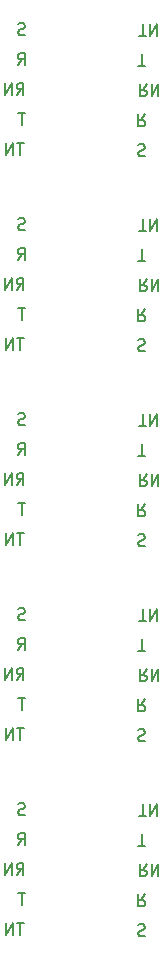
<source format=gbr>
G04 #@! TF.GenerationSoftware,KiCad,Pcbnew,(5.1.5-0-10_14)*
G04 #@! TF.CreationDate,2020-03-15T18:41:56-04:00*
G04 #@! TF.ProjectId,hp_breakout,68705f62-7265-4616-9b6f-75742e6b6963,rev?*
G04 #@! TF.SameCoordinates,Original*
G04 #@! TF.FileFunction,Legend,Bot*
G04 #@! TF.FilePolarity,Positive*
%FSLAX46Y46*%
G04 Gerber Fmt 4.6, Leading zero omitted, Abs format (unit mm)*
G04 Created by KiCad (PCBNEW (5.1.5-0-10_14)) date 2020-03-15 18:41:56*
%MOMM*%
%LPD*%
G04 APERTURE LIST*
%ADD10C,0.150000*%
G04 APERTURE END LIST*
D10*
X69040476Y-98972619D02*
X69611904Y-98972619D01*
X69326190Y-97972619D02*
X69326190Y-98972619D01*
X69945238Y-97972619D02*
X69945238Y-98972619D01*
X70516666Y-97972619D01*
X70516666Y-98972619D01*
X68929285Y-101512619D02*
X69500714Y-101512619D01*
X69215000Y-100512619D02*
X69215000Y-101512619D01*
X68929285Y-108180238D02*
X69072142Y-108132619D01*
X69310238Y-108132619D01*
X69405476Y-108180238D01*
X69453095Y-108227857D01*
X69500714Y-108323095D01*
X69500714Y-108418333D01*
X69453095Y-108513571D01*
X69405476Y-108561190D01*
X69310238Y-108608809D01*
X69119761Y-108656428D01*
X69024523Y-108704047D01*
X68976904Y-108751666D01*
X68929285Y-108846904D01*
X68929285Y-108942142D01*
X68976904Y-109037380D01*
X69024523Y-109085000D01*
X69119761Y-109132619D01*
X69357857Y-109132619D01*
X69500714Y-109085000D01*
X69635714Y-103052619D02*
X69302380Y-103528809D01*
X69064285Y-103052619D02*
X69064285Y-104052619D01*
X69445238Y-104052619D01*
X69540476Y-104005000D01*
X69588095Y-103957380D01*
X69635714Y-103862142D01*
X69635714Y-103719285D01*
X69588095Y-103624047D01*
X69540476Y-103576428D01*
X69445238Y-103528809D01*
X69064285Y-103528809D01*
X70064285Y-103052619D02*
X70064285Y-104052619D01*
X70635714Y-103052619D01*
X70635714Y-104052619D01*
X69524523Y-105592619D02*
X69191190Y-106068809D01*
X68953095Y-105592619D02*
X68953095Y-106592619D01*
X69334047Y-106592619D01*
X69429285Y-106545000D01*
X69476904Y-106497380D01*
X69524523Y-106402142D01*
X69524523Y-106259285D01*
X69476904Y-106164047D01*
X69429285Y-106116428D01*
X69334047Y-106068809D01*
X68953095Y-106068809D01*
X69040476Y-82462619D02*
X69611904Y-82462619D01*
X69326190Y-81462619D02*
X69326190Y-82462619D01*
X69945238Y-81462619D02*
X69945238Y-82462619D01*
X70516666Y-81462619D01*
X70516666Y-82462619D01*
X68929285Y-85002619D02*
X69500714Y-85002619D01*
X69215000Y-84002619D02*
X69215000Y-85002619D01*
X68929285Y-91670238D02*
X69072142Y-91622619D01*
X69310238Y-91622619D01*
X69405476Y-91670238D01*
X69453095Y-91717857D01*
X69500714Y-91813095D01*
X69500714Y-91908333D01*
X69453095Y-92003571D01*
X69405476Y-92051190D01*
X69310238Y-92098809D01*
X69119761Y-92146428D01*
X69024523Y-92194047D01*
X68976904Y-92241666D01*
X68929285Y-92336904D01*
X68929285Y-92432142D01*
X68976904Y-92527380D01*
X69024523Y-92575000D01*
X69119761Y-92622619D01*
X69357857Y-92622619D01*
X69500714Y-92575000D01*
X69635714Y-86542619D02*
X69302380Y-87018809D01*
X69064285Y-86542619D02*
X69064285Y-87542619D01*
X69445238Y-87542619D01*
X69540476Y-87495000D01*
X69588095Y-87447380D01*
X69635714Y-87352142D01*
X69635714Y-87209285D01*
X69588095Y-87114047D01*
X69540476Y-87066428D01*
X69445238Y-87018809D01*
X69064285Y-87018809D01*
X70064285Y-86542619D02*
X70064285Y-87542619D01*
X70635714Y-86542619D01*
X70635714Y-87542619D01*
X69524523Y-89082619D02*
X69191190Y-89558809D01*
X68953095Y-89082619D02*
X68953095Y-90082619D01*
X69334047Y-90082619D01*
X69429285Y-90035000D01*
X69476904Y-89987380D01*
X69524523Y-89892142D01*
X69524523Y-89749285D01*
X69476904Y-89654047D01*
X69429285Y-89606428D01*
X69334047Y-89558809D01*
X68953095Y-89558809D01*
X69040476Y-65952619D02*
X69611904Y-65952619D01*
X69326190Y-64952619D02*
X69326190Y-65952619D01*
X69945238Y-64952619D02*
X69945238Y-65952619D01*
X70516666Y-64952619D01*
X70516666Y-65952619D01*
X69635714Y-70032619D02*
X69302380Y-70508809D01*
X69064285Y-70032619D02*
X69064285Y-71032619D01*
X69445238Y-71032619D01*
X69540476Y-70985000D01*
X69588095Y-70937380D01*
X69635714Y-70842142D01*
X69635714Y-70699285D01*
X69588095Y-70604047D01*
X69540476Y-70556428D01*
X69445238Y-70508809D01*
X69064285Y-70508809D01*
X70064285Y-70032619D02*
X70064285Y-71032619D01*
X70635714Y-70032619D01*
X70635714Y-71032619D01*
X68929285Y-75160238D02*
X69072142Y-75112619D01*
X69310238Y-75112619D01*
X69405476Y-75160238D01*
X69453095Y-75207857D01*
X69500714Y-75303095D01*
X69500714Y-75398333D01*
X69453095Y-75493571D01*
X69405476Y-75541190D01*
X69310238Y-75588809D01*
X69119761Y-75636428D01*
X69024523Y-75684047D01*
X68976904Y-75731666D01*
X68929285Y-75826904D01*
X68929285Y-75922142D01*
X68976904Y-76017380D01*
X69024523Y-76065000D01*
X69119761Y-76112619D01*
X69357857Y-76112619D01*
X69500714Y-76065000D01*
X69524523Y-72572619D02*
X69191190Y-73048809D01*
X68953095Y-72572619D02*
X68953095Y-73572619D01*
X69334047Y-73572619D01*
X69429285Y-73525000D01*
X69476904Y-73477380D01*
X69524523Y-73382142D01*
X69524523Y-73239285D01*
X69476904Y-73144047D01*
X69429285Y-73096428D01*
X69334047Y-73048809D01*
X68953095Y-73048809D01*
X68929285Y-68492619D02*
X69500714Y-68492619D01*
X69215000Y-67492619D02*
X69215000Y-68492619D01*
X69635714Y-53522619D02*
X69302380Y-53998809D01*
X69064285Y-53522619D02*
X69064285Y-54522619D01*
X69445238Y-54522619D01*
X69540476Y-54475000D01*
X69588095Y-54427380D01*
X69635714Y-54332142D01*
X69635714Y-54189285D01*
X69588095Y-54094047D01*
X69540476Y-54046428D01*
X69445238Y-53998809D01*
X69064285Y-53998809D01*
X70064285Y-53522619D02*
X70064285Y-54522619D01*
X70635714Y-53522619D01*
X70635714Y-54522619D01*
X68929285Y-51982619D02*
X69500714Y-51982619D01*
X69215000Y-50982619D02*
X69215000Y-51982619D01*
X69524523Y-56062619D02*
X69191190Y-56538809D01*
X68953095Y-56062619D02*
X68953095Y-57062619D01*
X69334047Y-57062619D01*
X69429285Y-57015000D01*
X69476904Y-56967380D01*
X69524523Y-56872142D01*
X69524523Y-56729285D01*
X69476904Y-56634047D01*
X69429285Y-56586428D01*
X69334047Y-56538809D01*
X68953095Y-56538809D01*
X68929285Y-58650238D02*
X69072142Y-58602619D01*
X69310238Y-58602619D01*
X69405476Y-58650238D01*
X69453095Y-58697857D01*
X69500714Y-58793095D01*
X69500714Y-58888333D01*
X69453095Y-58983571D01*
X69405476Y-59031190D01*
X69310238Y-59078809D01*
X69119761Y-59126428D01*
X69024523Y-59174047D01*
X68976904Y-59221666D01*
X68929285Y-59316904D01*
X68929285Y-59412142D01*
X68976904Y-59507380D01*
X69024523Y-59555000D01*
X69119761Y-59602619D01*
X69357857Y-59602619D01*
X69500714Y-59555000D01*
X69040476Y-49442619D02*
X69611904Y-49442619D01*
X69326190Y-48442619D02*
X69326190Y-49442619D01*
X69945238Y-48442619D02*
X69945238Y-49442619D01*
X70516666Y-48442619D01*
X70516666Y-49442619D01*
X68929285Y-42140238D02*
X69072142Y-42092619D01*
X69310238Y-42092619D01*
X69405476Y-42140238D01*
X69453095Y-42187857D01*
X69500714Y-42283095D01*
X69500714Y-42378333D01*
X69453095Y-42473571D01*
X69405476Y-42521190D01*
X69310238Y-42568809D01*
X69119761Y-42616428D01*
X69024523Y-42664047D01*
X68976904Y-42711666D01*
X68929285Y-42806904D01*
X68929285Y-42902142D01*
X68976904Y-42997380D01*
X69024523Y-43045000D01*
X69119761Y-43092619D01*
X69357857Y-43092619D01*
X69500714Y-43045000D01*
X69524523Y-39552619D02*
X69191190Y-40028809D01*
X68953095Y-39552619D02*
X68953095Y-40552619D01*
X69334047Y-40552619D01*
X69429285Y-40505000D01*
X69476904Y-40457380D01*
X69524523Y-40362142D01*
X69524523Y-40219285D01*
X69476904Y-40124047D01*
X69429285Y-40076428D01*
X69334047Y-40028809D01*
X68953095Y-40028809D01*
X69040476Y-32932619D02*
X69611904Y-32932619D01*
X69326190Y-31932619D02*
X69326190Y-32932619D01*
X69945238Y-31932619D02*
X69945238Y-32932619D01*
X70516666Y-31932619D01*
X70516666Y-32932619D01*
X68929285Y-35472619D02*
X69500714Y-35472619D01*
X69215000Y-34472619D02*
X69215000Y-35472619D01*
X69635714Y-37012619D02*
X69302380Y-37488809D01*
X69064285Y-37012619D02*
X69064285Y-38012619D01*
X69445238Y-38012619D01*
X69540476Y-37965000D01*
X69588095Y-37917380D01*
X69635714Y-37822142D01*
X69635714Y-37679285D01*
X69588095Y-37584047D01*
X69540476Y-37536428D01*
X69445238Y-37488809D01*
X69064285Y-37488809D01*
X70064285Y-37012619D02*
X70064285Y-38012619D01*
X70635714Y-37012619D01*
X70635714Y-38012619D01*
X59340714Y-98829761D02*
X59197857Y-98877380D01*
X58959761Y-98877380D01*
X58864523Y-98829761D01*
X58816904Y-98782142D01*
X58769285Y-98686904D01*
X58769285Y-98591666D01*
X58816904Y-98496428D01*
X58864523Y-98448809D01*
X58959761Y-98401190D01*
X59150238Y-98353571D01*
X59245476Y-98305952D01*
X59293095Y-98258333D01*
X59340714Y-98163095D01*
X59340714Y-98067857D01*
X59293095Y-97972619D01*
X59245476Y-97925000D01*
X59150238Y-97877380D01*
X58912142Y-97877380D01*
X58769285Y-97925000D01*
X58634285Y-103957380D02*
X58967619Y-103481190D01*
X59205714Y-103957380D02*
X59205714Y-102957380D01*
X58824761Y-102957380D01*
X58729523Y-103005000D01*
X58681904Y-103052619D01*
X58634285Y-103147857D01*
X58634285Y-103290714D01*
X58681904Y-103385952D01*
X58729523Y-103433571D01*
X58824761Y-103481190D01*
X59205714Y-103481190D01*
X58205714Y-103957380D02*
X58205714Y-102957380D01*
X57634285Y-103957380D01*
X57634285Y-102957380D01*
X59340714Y-105497380D02*
X58769285Y-105497380D01*
X59055000Y-106497380D02*
X59055000Y-105497380D01*
X59229523Y-108037380D02*
X58658095Y-108037380D01*
X58943809Y-109037380D02*
X58943809Y-108037380D01*
X58324761Y-109037380D02*
X58324761Y-108037380D01*
X57753333Y-109037380D01*
X57753333Y-108037380D01*
X58745476Y-101417380D02*
X59078809Y-100941190D01*
X59316904Y-101417380D02*
X59316904Y-100417380D01*
X58935952Y-100417380D01*
X58840714Y-100465000D01*
X58793095Y-100512619D01*
X58745476Y-100607857D01*
X58745476Y-100750714D01*
X58793095Y-100845952D01*
X58840714Y-100893571D01*
X58935952Y-100941190D01*
X59316904Y-100941190D01*
X58634285Y-87447380D02*
X58967619Y-86971190D01*
X59205714Y-87447380D02*
X59205714Y-86447380D01*
X58824761Y-86447380D01*
X58729523Y-86495000D01*
X58681904Y-86542619D01*
X58634285Y-86637857D01*
X58634285Y-86780714D01*
X58681904Y-86875952D01*
X58729523Y-86923571D01*
X58824761Y-86971190D01*
X59205714Y-86971190D01*
X58205714Y-87447380D02*
X58205714Y-86447380D01*
X57634285Y-87447380D01*
X57634285Y-86447380D01*
X59229523Y-91527380D02*
X58658095Y-91527380D01*
X58943809Y-92527380D02*
X58943809Y-91527380D01*
X58324761Y-92527380D02*
X58324761Y-91527380D01*
X57753333Y-92527380D01*
X57753333Y-91527380D01*
X59340714Y-88987380D02*
X58769285Y-88987380D01*
X59055000Y-89987380D02*
X59055000Y-88987380D01*
X59340714Y-82319761D02*
X59197857Y-82367380D01*
X58959761Y-82367380D01*
X58864523Y-82319761D01*
X58816904Y-82272142D01*
X58769285Y-82176904D01*
X58769285Y-82081666D01*
X58816904Y-81986428D01*
X58864523Y-81938809D01*
X58959761Y-81891190D01*
X59150238Y-81843571D01*
X59245476Y-81795952D01*
X59293095Y-81748333D01*
X59340714Y-81653095D01*
X59340714Y-81557857D01*
X59293095Y-81462619D01*
X59245476Y-81415000D01*
X59150238Y-81367380D01*
X58912142Y-81367380D01*
X58769285Y-81415000D01*
X58745476Y-84907380D02*
X59078809Y-84431190D01*
X59316904Y-84907380D02*
X59316904Y-83907380D01*
X58935952Y-83907380D01*
X58840714Y-83955000D01*
X58793095Y-84002619D01*
X58745476Y-84097857D01*
X58745476Y-84240714D01*
X58793095Y-84335952D01*
X58840714Y-84383571D01*
X58935952Y-84431190D01*
X59316904Y-84431190D01*
X58634285Y-70937380D02*
X58967619Y-70461190D01*
X59205714Y-70937380D02*
X59205714Y-69937380D01*
X58824761Y-69937380D01*
X58729523Y-69985000D01*
X58681904Y-70032619D01*
X58634285Y-70127857D01*
X58634285Y-70270714D01*
X58681904Y-70365952D01*
X58729523Y-70413571D01*
X58824761Y-70461190D01*
X59205714Y-70461190D01*
X58205714Y-70937380D02*
X58205714Y-69937380D01*
X57634285Y-70937380D01*
X57634285Y-69937380D01*
X59340714Y-65809761D02*
X59197857Y-65857380D01*
X58959761Y-65857380D01*
X58864523Y-65809761D01*
X58816904Y-65762142D01*
X58769285Y-65666904D01*
X58769285Y-65571666D01*
X58816904Y-65476428D01*
X58864523Y-65428809D01*
X58959761Y-65381190D01*
X59150238Y-65333571D01*
X59245476Y-65285952D01*
X59293095Y-65238333D01*
X59340714Y-65143095D01*
X59340714Y-65047857D01*
X59293095Y-64952619D01*
X59245476Y-64905000D01*
X59150238Y-64857380D01*
X58912142Y-64857380D01*
X58769285Y-64905000D01*
X58745476Y-68397380D02*
X59078809Y-67921190D01*
X59316904Y-68397380D02*
X59316904Y-67397380D01*
X58935952Y-67397380D01*
X58840714Y-67445000D01*
X58793095Y-67492619D01*
X58745476Y-67587857D01*
X58745476Y-67730714D01*
X58793095Y-67825952D01*
X58840714Y-67873571D01*
X58935952Y-67921190D01*
X59316904Y-67921190D01*
X59229523Y-75017380D02*
X58658095Y-75017380D01*
X58943809Y-76017380D02*
X58943809Y-75017380D01*
X58324761Y-76017380D02*
X58324761Y-75017380D01*
X57753333Y-76017380D01*
X57753333Y-75017380D01*
X59340714Y-72477380D02*
X58769285Y-72477380D01*
X59055000Y-73477380D02*
X59055000Y-72477380D01*
X59340714Y-55967380D02*
X58769285Y-55967380D01*
X59055000Y-56967380D02*
X59055000Y-55967380D01*
X59229523Y-58507380D02*
X58658095Y-58507380D01*
X58943809Y-59507380D02*
X58943809Y-58507380D01*
X58324761Y-59507380D02*
X58324761Y-58507380D01*
X57753333Y-59507380D01*
X57753333Y-58507380D01*
X58745476Y-51887380D02*
X59078809Y-51411190D01*
X59316904Y-51887380D02*
X59316904Y-50887380D01*
X58935952Y-50887380D01*
X58840714Y-50935000D01*
X58793095Y-50982619D01*
X58745476Y-51077857D01*
X58745476Y-51220714D01*
X58793095Y-51315952D01*
X58840714Y-51363571D01*
X58935952Y-51411190D01*
X59316904Y-51411190D01*
X58634285Y-54427380D02*
X58967619Y-53951190D01*
X59205714Y-54427380D02*
X59205714Y-53427380D01*
X58824761Y-53427380D01*
X58729523Y-53475000D01*
X58681904Y-53522619D01*
X58634285Y-53617857D01*
X58634285Y-53760714D01*
X58681904Y-53855952D01*
X58729523Y-53903571D01*
X58824761Y-53951190D01*
X59205714Y-53951190D01*
X58205714Y-54427380D02*
X58205714Y-53427380D01*
X57634285Y-54427380D01*
X57634285Y-53427380D01*
X59340714Y-49299761D02*
X59197857Y-49347380D01*
X58959761Y-49347380D01*
X58864523Y-49299761D01*
X58816904Y-49252142D01*
X58769285Y-49156904D01*
X58769285Y-49061666D01*
X58816904Y-48966428D01*
X58864523Y-48918809D01*
X58959761Y-48871190D01*
X59150238Y-48823571D01*
X59245476Y-48775952D01*
X59293095Y-48728333D01*
X59340714Y-48633095D01*
X59340714Y-48537857D01*
X59293095Y-48442619D01*
X59245476Y-48395000D01*
X59150238Y-48347380D01*
X58912142Y-48347380D01*
X58769285Y-48395000D01*
X59229523Y-41997380D02*
X58658095Y-41997380D01*
X58943809Y-42997380D02*
X58943809Y-41997380D01*
X58324761Y-42997380D02*
X58324761Y-41997380D01*
X57753333Y-42997380D01*
X57753333Y-41997380D01*
X59340714Y-39457380D02*
X58769285Y-39457380D01*
X59055000Y-40457380D02*
X59055000Y-39457380D01*
X58634285Y-37917380D02*
X58967619Y-37441190D01*
X59205714Y-37917380D02*
X59205714Y-36917380D01*
X58824761Y-36917380D01*
X58729523Y-36965000D01*
X58681904Y-37012619D01*
X58634285Y-37107857D01*
X58634285Y-37250714D01*
X58681904Y-37345952D01*
X58729523Y-37393571D01*
X58824761Y-37441190D01*
X59205714Y-37441190D01*
X58205714Y-37917380D02*
X58205714Y-36917380D01*
X57634285Y-37917380D01*
X57634285Y-36917380D01*
X58745476Y-35377380D02*
X59078809Y-34901190D01*
X59316904Y-35377380D02*
X59316904Y-34377380D01*
X58935952Y-34377380D01*
X58840714Y-34425000D01*
X58793095Y-34472619D01*
X58745476Y-34567857D01*
X58745476Y-34710714D01*
X58793095Y-34805952D01*
X58840714Y-34853571D01*
X58935952Y-34901190D01*
X59316904Y-34901190D01*
X59340714Y-32789761D02*
X59197857Y-32837380D01*
X58959761Y-32837380D01*
X58864523Y-32789761D01*
X58816904Y-32742142D01*
X58769285Y-32646904D01*
X58769285Y-32551666D01*
X58816904Y-32456428D01*
X58864523Y-32408809D01*
X58959761Y-32361190D01*
X59150238Y-32313571D01*
X59245476Y-32265952D01*
X59293095Y-32218333D01*
X59340714Y-32123095D01*
X59340714Y-32027857D01*
X59293095Y-31932619D01*
X59245476Y-31885000D01*
X59150238Y-31837380D01*
X58912142Y-31837380D01*
X58769285Y-31885000D01*
M02*

</source>
